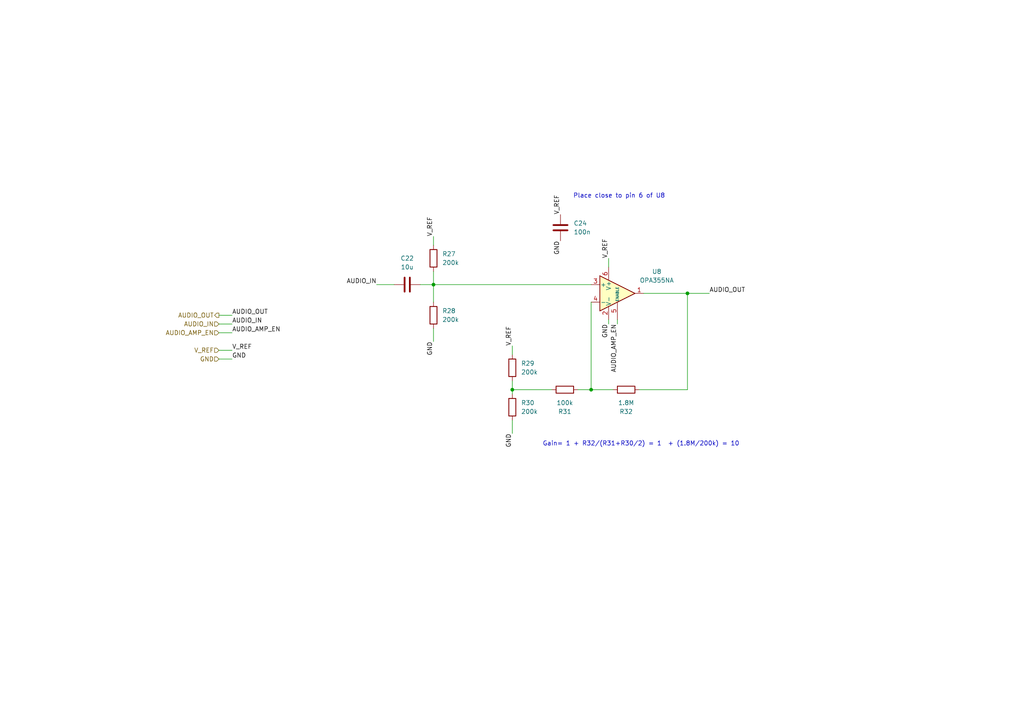
<source format=kicad_sch>
(kicad_sch (version 20231120) (generator "eeschema") (generator_version "8.0")
  (paper "A4")
  (title_block (title "Holiday Widget") (date "2024-05-15") (rev "1.0"))
  (lib_symbols
    (symbol "Amplifier_Operational:OPA355NA" (pin_names (offset 0.127))
      (property "Reference" "U" (at 3.81 3.81 0))
      (property "Value" "OPA355NA" (at 3.81 -3.81 0))
      (symbol "OPA355NA_0_1"
        (polyline (pts (xy -5.08 5.08) (xy 5.08 0) (xy -5.08 -5.08) (xy -5.08 5.08)) (stroke (width 0.254)) (fill (type background)))
      )
      (symbol "OPA355NA_1_1"
        (pin output line (at 7.62 0 180) (length 2.54) (name "~") (number "1"))
        (pin power_in line (at -2.54 -7.62 90) (length 3.81) (name "V-") (number "2"))
        (pin input line (at -7.62 2.54 0) (length 2.54) (name "+") (number "3"))
        (pin input line (at -7.62 -2.54 0) (length 2.54) (name "-") (number "4"))
        (pin input line (at 0 -7.62 90) (length 5.08) (name "ENABLE") (number "5"))
        (pin power_in line (at -2.54 7.62 270) (length 3.81) (name "V+") (number "6"))
      )
    )
    (symbol "Device:C" (pin_numbers hide) (pin_names (offset 0.254))
      (property "Reference" "C" (at 0.635 2.54 0))
      (property "Value" "C" (at 0.635 -2.54 0))
      (symbol "C_0_1"
        (polyline (pts (xy -2.032 -0.762) (xy 2.032 -0.762)) (stroke (width 0.508)))
        (polyline (pts (xy -2.032 0.762) (xy 2.032 0.762)) (stroke (width 0.508)))
      )
      (symbol "C_1_1"
        (pin passive line (at 0 3.81 270) (length 2.794) (name "~") (number "1"))
        (pin passive line (at 0 -3.81 90) (length 2.794) (name "~") (number "2"))
      )
    )
    (symbol "Device:R" (pin_numbers hide) (pin_names (offset 0))
      (property "Reference" "R" (at 2.032 0 90))
      (property "Value" "R" (at 0 0 90))
      (symbol "R_0_1"
        (rectangle (start -1.016 -2.54) (end 1.016 2.54) (stroke (width 0.254)))
      )
      (symbol "R_1_1"
        (pin passive line (at 0 3.81 270) (length 1.27) (name "~") (number "1"))
        (pin passive line (at 0 -3.81 90) (length 1.27) (name "~") (number "2"))
      )
    )
  )
  (junction (at 171.45 113.03))
  (junction (at 199.39 85.09))
  (junction (at 148.59 113.03))
  (junction (at 125.73 82.55))
  (wire (pts (xy 148.59 113.03) (xy 160.02 113.03)))
  (wire (pts (xy 63.5 96.52) (xy 67.31 96.52)))
  (wire (pts (xy 148.59 113.03) (xy 148.59 114.3)))
  (wire (pts (xy 179.07 92.71) (xy 179.07 93.98)))
  (wire (pts (xy 199.39 85.09) (xy 186.69 85.09)))
  (wire (pts (xy 109.22 82.55) (xy 114.3 82.55)))
  (wire (pts (xy 63.5 104.14) (xy 67.31 104.14)))
  (wire (pts (xy 63.5 91.44) (xy 67.31 91.44)))
  (wire (pts (xy 199.39 113.03) (xy 185.42 113.03)))
  (wire (pts (xy 148.59 110.49) (xy 148.59 113.03)))
  (wire (pts (xy 125.73 82.55) (xy 171.45 82.55)))
  (wire (pts (xy 125.73 82.55) (xy 125.73 87.63)))
  (wire (pts (xy 63.5 93.98) (xy 67.31 93.98)))
  (wire (pts (xy 176.53 74.93) (xy 176.53 77.47)))
  (wire (pts (xy 171.45 87.63) (xy 171.45 113.03)))
  (wire (pts (xy 199.39 85.09) (xy 199.39 113.03)))
  (wire (pts (xy 176.53 92.71) (xy 176.53 93.98)))
  (wire (pts (xy 167.64 113.03) (xy 171.45 113.03)))
  (wire (pts (xy 125.73 68.58) (xy 125.73 71.12)))
  (wire (pts (xy 121.92 82.55) (xy 125.73 82.55)))
  (wire (pts (xy 125.73 95.25) (xy 125.73 99.06)))
  (wire (pts (xy 199.39 85.09) (xy 205.74 85.09)))
  (wire (pts (xy 148.59 100.33) (xy 148.59 102.87)))
  (wire (pts (xy 125.73 78.74) (xy 125.73 82.55)))
  (wire (pts (xy 148.59 121.92) (xy 148.59 125.73)))
  (wire (pts (xy 63.5 101.6) (xy 67.31 101.6)))
  (wire (pts (xy 171.45 113.03) (xy 177.8 113.03)))
  (text "Gain= 1 + R32/(R31+R30/2) = 1  + (1.8M/200k) = 10" (at 185.928 128.778 0) (effects (font (size 1.27 1.27))))
  (text "Place close to pin 6 of U8" (at 179.578 56.896 0) (effects (font (size 1.27 1.27))))
  (label "GND" (at 125.73 99.06 270))
  (label "AUDIO_IN" (at 109.22 82.55 180))
  (label "GND" (at 148.59 125.73 270))
  (label "AUDIO_OUT" (at 67.31 91.44 0))
  (label "AUDIO_AMP_EN" (at 179.07 93.98 270))
  (label "V_REF" (at 67.31 101.6 0))
  (label "AUDIO_IN" (at 67.31 93.98 0))
  (label "GND" (at 162.56 69.85 270))
  (label "GND" (at 67.31 104.14 0))
  (label "AUDIO_AMP_EN" (at 67.31 96.52 0))
  (label "AUDIO_OUT" (at 205.74 85.09 0))
  (label "V_REF" (at 148.59 100.33 90))
  (label "V_REF" (at 125.73 68.58 90))
  (label "GND" (at 176.53 93.98 270))
  (label "V_REF" (at 176.53 74.93 90))
  (label "V_REF" (at 162.56 62.23 90))
  (hierarchical_label "V_REF" (shape input) (at 63.5 101.6 180))
  (hierarchical_label "AUDIO_OUT" (shape output) (at 63.5 91.44 180))
  (hierarchical_label "AUDIO_IN" (shape input) (at 63.5 93.98 180))
  (hierarchical_label "AUDIO_AMP_EN" (shape input) (at 63.5 96.52 180))
  (hierarchical_label "GND" (shape input) (at 63.5 104.14 180))
  (symbol (lib_id "Device:R") (at 181.61 113.03 270) (mirror x) (unit 1)
    (property "Reference" "R32" (at 181.61 119.38 90))
    (property "Value" "1.8M" (at 181.61 116.84 90))
    (property "Footprint" "Resistor_SMD:R_0603_1608Metric_Pad0.98x0.95mm_HandSolder" (effects (hide yes)))
    (property "Description" "Resistor" (effects (hide yes)))
  )
  (symbol (lib_id "Device:R") (at 125.73 91.44 0) (unit 1)
    (property "Reference" "R28" (at 128.27 90.1699 0) (effects (justify left)))
    (property "Value" "200k" (at 128.27 92.7099 0) (effects (justify left)))
    (property "Footprint" "Resistor_SMD:R_0603_1608Metric_Pad0.98x0.95mm_HandSolder" (effects (hide yes)))
    (property "Description" "Resistor" (effects (hide yes)))
  )
  (symbol (lib_id "Device:R") (at 148.59 106.68 0) (unit 1)
    (property "Reference" "R29" (at 151.13 105.4099 0) (effects (justify left)))
    (property "Value" "200k" (at 151.13 107.9499 0) (effects (justify left)))
    (property "Footprint" "Resistor_SMD:R_0603_1608Metric_Pad0.98x0.95mm_HandSolder" (effects (hide yes)))
    (property "Description" "Resistor" (effects (hide yes)))
  )
  (symbol (lib_id "Device:C") (at 162.56 66.04 180) (unit 1)
    (property "Reference" "C24" (at 166.37 64.7699 0) (effects (justify right)))
    (property "Value" "100n" (at 166.37 67.3099 0) (effects (justify right)))
    (property "Footprint" "Capacitor_SMD:C_0603_1608Metric_Pad1.08x0.95mm_HandSolder" (effects (hide yes)))
    (property "Description" "Unpolarized capacitor" (effects (hide yes)))
  )
  (symbol (lib_id "Device:R") (at 148.59 118.11 0) (unit 1)
    (property "Reference" "R30" (at 151.13 116.8399 0) (effects (justify left)))
    (property "Value" "200k" (at 151.13 119.3799 0) (effects (justify left)))
    (property "Footprint" "Resistor_SMD:R_0603_1608Metric_Pad0.98x0.95mm_HandSolder" (effects (hide yes)))
    (property "Description" "Resistor" (effects (hide yes)))
  )
  (symbol (lib_id "Device:R") (at 125.73 74.93 0) (unit 1)
    (property "Reference" "R27" (at 128.27 73.6599 0) (effects (justify left)))
    (property "Value" "200k" (at 128.27 76.1999 0) (effects (justify left)))
    (property "Footprint" "Resistor_SMD:R_0603_1608Metric_Pad0.98x0.95mm_HandSolder" (effects (hide yes)))
    (property "Description" "Resistor" (effects (hide yes)))
  )
  (symbol (lib_id "Device:R") (at 163.83 113.03 90) (mirror x) (unit 1)
    (property "Reference" "R31" (at 163.83 119.38 90))
    (property "Value" "100k" (at 163.83 116.84 90))
    (property "Footprint" "Resistor_SMD:R_0603_1608Metric_Pad0.98x0.95mm_HandSolder" (effects (hide yes)))
    (property "Description" "Resistor" (effects (hide yes)))
  )
  (symbol (lib_id "Device:C") (at 118.11 82.55 90) (unit 1)
    (property "Reference" "C22" (at 118.11 74.93 90))
    (property "Value" "10u" (at 118.11 77.47 90))
    (property "Footprint" "Capacitor_SMD:C_0603_1608Metric_Pad1.08x0.95mm_HandSolder" (effects (hide yes)))
    (property "Description" "Unpolarized capacitor" (effects (hide yes)))
  )
  (symbol (lib_id "Amplifier_Operational:OPA355NA") (at 179.07 85.09 0) (unit 1)
    (property "Reference" "U8" (at 190.5 78.7714 0))
    (property "Value" "OPA355NA" (at 190.5 81.3114 0))
    (property "Footprint" "Package_TO_SOT_SMD:SOT-23-6" (effects (hide yes)))
    (property "Datasheet" "http://www.ti.com/lit/ds/symlink/opa355.pdf" (effects (hide yes)))
    (property "Description" "200MHz, CMOS, Operational amplifier, with shutdown, SOT-23-6" (effects (hide yes)))
  )
)
</source>
